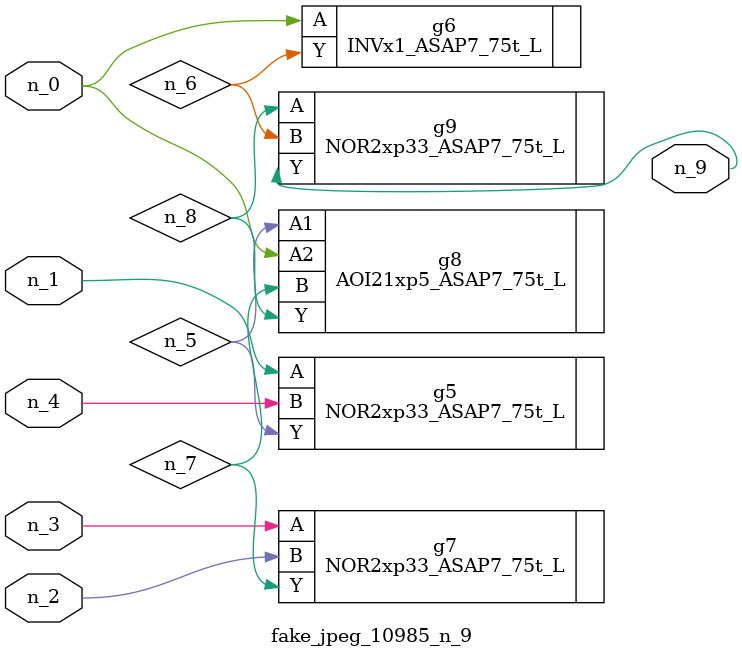
<source format=v>
module fake_jpeg_10985_n_9 (n_3, n_2, n_1, n_0, n_4, n_9);

input n_3;
input n_2;
input n_1;
input n_0;
input n_4;

output n_9;

wire n_8;
wire n_6;
wire n_5;
wire n_7;

NOR2xp33_ASAP7_75t_L g5 ( 
.A(n_1),
.B(n_4),
.Y(n_5)
);

INVx1_ASAP7_75t_L g6 ( 
.A(n_0),
.Y(n_6)
);

NOR2xp33_ASAP7_75t_L g7 ( 
.A(n_3),
.B(n_2),
.Y(n_7)
);

AOI21xp5_ASAP7_75t_L g8 ( 
.A1(n_5),
.A2(n_0),
.B(n_7),
.Y(n_8)
);

NOR2xp33_ASAP7_75t_L g9 ( 
.A(n_8),
.B(n_6),
.Y(n_9)
);


endmodule
</source>
